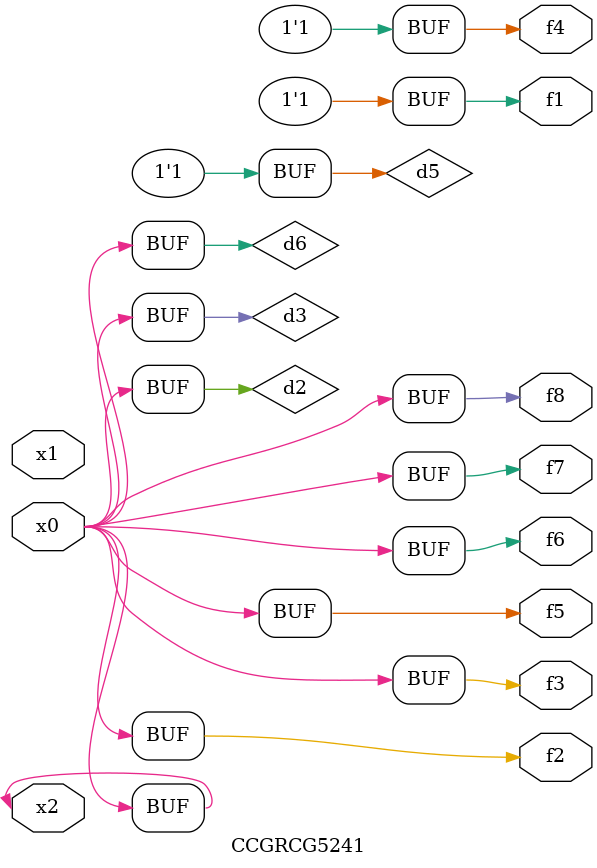
<source format=v>
module CCGRCG5241(
	input x0, x1, x2,
	output f1, f2, f3, f4, f5, f6, f7, f8
);

	wire d1, d2, d3, d4, d5, d6;

	xnor (d1, x2);
	buf (d2, x0, x2);
	and (d3, x0);
	xnor (d4, x1, x2);
	nand (d5, d1, d3);
	buf (d6, d2, d3);
	assign f1 = d5;
	assign f2 = d6;
	assign f3 = d6;
	assign f4 = d5;
	assign f5 = d6;
	assign f6 = d6;
	assign f7 = d6;
	assign f8 = d6;
endmodule

</source>
